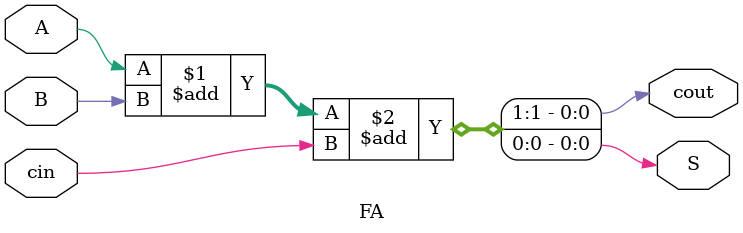
<source format=v>
`timescale 1ns / 1ps



module FA(A, B, cin, S, cout);
input A;
input B;
input cin;
output S;
output cout;
assign {cout, S} = A+B+cin;

endmodule

</source>
